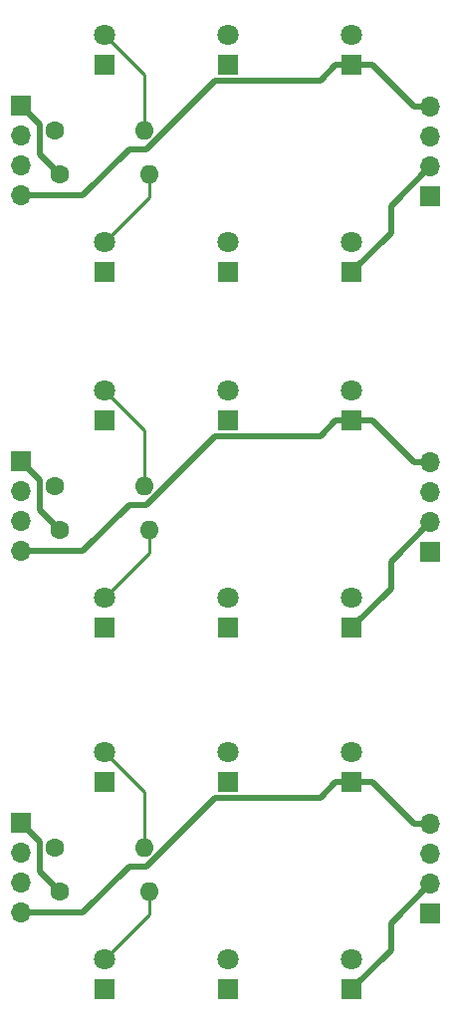
<source format=gbr>
G04 #@! TF.GenerationSoftware,KiCad,Pcbnew,(5.1.5-0-10_14)*
G04 #@! TF.CreationDate,2020-06-22T09:19:20+10:00*
G04 #@! TF.ProjectId,LED_Down_Multi,4c45445f-446f-4776-9e5f-4d756c74692e,rev?*
G04 #@! TF.SameCoordinates,Original*
G04 #@! TF.FileFunction,Copper,L2,Bot*
G04 #@! TF.FilePolarity,Positive*
%FSLAX46Y46*%
G04 Gerber Fmt 4.6, Leading zero omitted, Abs format (unit mm)*
G04 Created by KiCad (PCBNEW (5.1.5-0-10_14)) date 2020-06-22 09:19:20*
%MOMM*%
%LPD*%
G04 APERTURE LIST*
%ADD10C,1.800000*%
%ADD11R,1.800000X1.800000*%
%ADD12O,1.700000X1.700000*%
%ADD13R,1.700000X1.700000*%
%ADD14O,1.600000X1.600000*%
%ADD15C,1.600000*%
%ADD16C,0.250000*%
%ADD17C,0.500000*%
G04 APERTURE END LIST*
D10*
X183170000Y-126024000D03*
D11*
X183170000Y-128564000D03*
D10*
X193675000Y-126024000D03*
D11*
X193675000Y-128564000D03*
D10*
X204180000Y-126024000D03*
D11*
X204180000Y-128564000D03*
D10*
X183170000Y-108424000D03*
D11*
X183170000Y-110964000D03*
D10*
X193675000Y-108424000D03*
D11*
X193675000Y-110964000D03*
D10*
X204180000Y-108424000D03*
D11*
X204180000Y-110964000D03*
D12*
X176022000Y-122074000D03*
X176022000Y-119534000D03*
X176022000Y-116994000D03*
D13*
X176022000Y-114454000D03*
D12*
X210820000Y-114554000D03*
X210820000Y-117094000D03*
X210820000Y-119634000D03*
D13*
X210820000Y-122174000D03*
D14*
X186950000Y-120304000D03*
D15*
X179330000Y-120304000D03*
D14*
X186570000Y-116514000D03*
D15*
X178950000Y-116514000D03*
D11*
X183170000Y-97830000D03*
D10*
X183170000Y-95290000D03*
D11*
X193675000Y-97830000D03*
D10*
X193675000Y-95290000D03*
D11*
X204180000Y-97830000D03*
D10*
X204180000Y-95290000D03*
D11*
X183170000Y-80230000D03*
D10*
X183170000Y-77690000D03*
D11*
X193675000Y-80230000D03*
D10*
X193675000Y-77690000D03*
D11*
X204180000Y-80230000D03*
D10*
X204180000Y-77690000D03*
D13*
X176022000Y-83720000D03*
D12*
X176022000Y-86260000D03*
X176022000Y-88800000D03*
X176022000Y-91340000D03*
D13*
X210820000Y-91440000D03*
D12*
X210820000Y-88900000D03*
X210820000Y-86360000D03*
X210820000Y-83820000D03*
D15*
X179330000Y-89570000D03*
D14*
X186950000Y-89570000D03*
D15*
X178950000Y-85780000D03*
D14*
X186570000Y-85780000D03*
X186570000Y-55554000D03*
D15*
X178950000Y-55554000D03*
D14*
X186950000Y-59344000D03*
D15*
X179330000Y-59344000D03*
D12*
X210820000Y-53594000D03*
X210820000Y-56134000D03*
X210820000Y-58674000D03*
D13*
X210820000Y-61214000D03*
D12*
X176022000Y-61114000D03*
X176022000Y-58574000D03*
X176022000Y-56034000D03*
D13*
X176022000Y-53494000D03*
D10*
X204180000Y-47464000D03*
D11*
X204180000Y-50004000D03*
D10*
X193675000Y-47464000D03*
D11*
X193675000Y-50004000D03*
D10*
X183170000Y-47464000D03*
D11*
X183170000Y-50004000D03*
D10*
X204180000Y-65064000D03*
D11*
X204180000Y-67604000D03*
D10*
X193675000Y-65064000D03*
D11*
X193675000Y-67604000D03*
D10*
X183170000Y-65064000D03*
D11*
X183170000Y-67604000D03*
D16*
X183170000Y-65064000D02*
X186950000Y-61284000D01*
X186950000Y-61284000D02*
X186950000Y-59344000D01*
X183170000Y-95290000D02*
X186950000Y-91510000D01*
X186950000Y-91510000D02*
X186950000Y-89570000D01*
X183170000Y-126024000D02*
X186950000Y-122244000D01*
X186950000Y-122244000D02*
X186950000Y-120304000D01*
X183170000Y-47464000D02*
X186570000Y-50864000D01*
X186570000Y-50864000D02*
X186570000Y-55554000D01*
X183170000Y-77690000D02*
X186570000Y-81090000D01*
X186570000Y-81090000D02*
X186570000Y-85780000D01*
X183170000Y-108424000D02*
X186570000Y-111824000D01*
X186570000Y-111824000D02*
X186570000Y-116514000D01*
D17*
X204180000Y-67604000D02*
X207510000Y-64274000D01*
X207510000Y-64274000D02*
X207510000Y-61984000D01*
X207510000Y-61984000D02*
X210820000Y-58674000D01*
X204180000Y-97830000D02*
X207510000Y-94500000D01*
X207510000Y-94500000D02*
X207510000Y-92210000D01*
X207510000Y-92210000D02*
X210820000Y-88900000D01*
X204180000Y-128564000D02*
X207510000Y-125234000D01*
X207510000Y-125234000D02*
X207510000Y-122944000D01*
X207510000Y-122944000D02*
X210820000Y-119634000D01*
X202829700Y-50004000D02*
X201479400Y-51354300D01*
X201479400Y-51354300D02*
X192538100Y-51354300D01*
X192538100Y-51354300D02*
X186717100Y-57175300D01*
X186717100Y-57175300D02*
X185231300Y-57175300D01*
X185231300Y-57175300D02*
X181292600Y-61114000D01*
X181292600Y-61114000D02*
X176022000Y-61114000D01*
X204180000Y-50004000D02*
X202829700Y-50004000D01*
X210820000Y-53594000D02*
X209519700Y-53594000D01*
X204180000Y-50004000D02*
X205929700Y-50004000D01*
X205929700Y-50004000D02*
X209519700Y-53594000D01*
X202829700Y-80230000D02*
X201479400Y-81580300D01*
X201479400Y-81580300D02*
X192538100Y-81580300D01*
X192538100Y-81580300D02*
X186717100Y-87401300D01*
X186717100Y-87401300D02*
X185231300Y-87401300D01*
X185231300Y-87401300D02*
X181292600Y-91340000D01*
X181292600Y-91340000D02*
X176022000Y-91340000D01*
X204180000Y-80230000D02*
X202829700Y-80230000D01*
X210820000Y-83820000D02*
X209519700Y-83820000D01*
X204180000Y-80230000D02*
X205929700Y-80230000D01*
X205929700Y-80230000D02*
X209519700Y-83820000D01*
X202829700Y-110964000D02*
X201479400Y-112314300D01*
X201479400Y-112314300D02*
X192538100Y-112314300D01*
X192538100Y-112314300D02*
X186717100Y-118135300D01*
X186717100Y-118135300D02*
X185231300Y-118135300D01*
X185231300Y-118135300D02*
X181292600Y-122074000D01*
X181292600Y-122074000D02*
X176022000Y-122074000D01*
X204180000Y-110964000D02*
X202829700Y-110964000D01*
X210820000Y-114554000D02*
X209519700Y-114554000D01*
X204180000Y-110964000D02*
X205929700Y-110964000D01*
X205929700Y-110964000D02*
X209519700Y-114554000D01*
X176022000Y-53494000D02*
X177650500Y-55122500D01*
X177650500Y-55122500D02*
X177650500Y-57664500D01*
X177650500Y-57664500D02*
X179330000Y-59344000D01*
X176022000Y-83720000D02*
X177650500Y-85348500D01*
X177650500Y-85348500D02*
X177650500Y-87890500D01*
X177650500Y-87890500D02*
X179330000Y-89570000D01*
X176022000Y-114454000D02*
X177650500Y-116082500D01*
X177650500Y-116082500D02*
X177650500Y-118624500D01*
X177650500Y-118624500D02*
X179330000Y-120304000D01*
M02*

</source>
